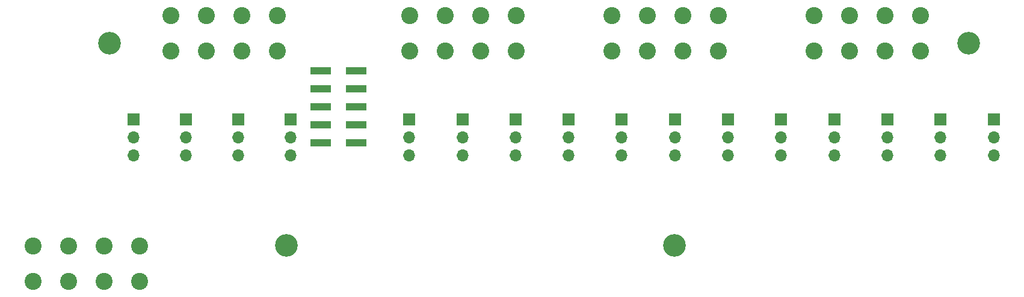
<source format=gbr>
%TF.GenerationSoftware,KiCad,Pcbnew,8.99.0-3338-g9b4c1024c9*%
%TF.CreationDate,2024-12-09T11:14:18+02:00*%
%TF.ProjectId,control_unit_v2_upper,636f6e74-726f-46c5-9f75-6e69745f7632,rev?*%
%TF.SameCoordinates,Original*%
%TF.FileFunction,Soldermask,Bot*%
%TF.FilePolarity,Negative*%
%FSLAX46Y46*%
G04 Gerber Fmt 4.6, Leading zero omitted, Abs format (unit mm)*
G04 Created by KiCad (PCBNEW 8.99.0-3338-g9b4c1024c9) date 2024-12-09 11:14:18*
%MOMM*%
%LPD*%
G01*
G04 APERTURE LIST*
%ADD10C,3.200000*%
%ADD11R,1.700000X1.700000*%
%ADD12O,1.700000X1.700000*%
%ADD13C,2.400000*%
%ADD14R,3.000000X1.000000*%
G04 APERTURE END LIST*
D10*
%TO.C,H2*%
X99875000Y-97050000D03*
%TD*%
D11*
%TO.C,J11*%
X117168333Y-79295000D03*
D12*
X117168333Y-81835000D03*
X117168333Y-84375000D03*
%TD*%
D11*
%TO.C,J19*%
X176986515Y-79295000D03*
D12*
X176986515Y-81835000D03*
X176986515Y-84375000D03*
%TD*%
D11*
%TO.C,J15*%
X147077424Y-79295000D03*
D12*
X147077424Y-81835000D03*
X147077424Y-84375000D03*
%TD*%
D11*
%TO.C,J10*%
X100460000Y-79295000D03*
D12*
X100460000Y-81835000D03*
X100460000Y-84375000D03*
%TD*%
D11*
%TO.C,J13*%
X132122878Y-79295000D03*
D12*
X132122878Y-81835000D03*
X132122878Y-84375000D03*
%TD*%
D11*
%TO.C,J12*%
X124645606Y-79295000D03*
D12*
X124645606Y-81835000D03*
X124645606Y-84375000D03*
%TD*%
D13*
%TO.C,J3*%
X83610000Y-64620000D03*
X83610000Y-69620000D03*
X88610000Y-64620000D03*
X88610000Y-69620000D03*
X93610000Y-64620000D03*
X93610000Y-69620000D03*
X98610000Y-64620000D03*
X98610000Y-69620000D03*
%TD*%
D11*
%TO.C,J17*%
X162031969Y-79295000D03*
D12*
X162031969Y-81835000D03*
X162031969Y-84375000D03*
%TD*%
D10*
%TO.C,H4*%
X195875000Y-68500000D03*
%TD*%
D11*
%TO.C,J9*%
X93101667Y-79295000D03*
D12*
X93101667Y-81835000D03*
X93101667Y-84375000D03*
%TD*%
D11*
%TO.C,J8*%
X85743333Y-79295000D03*
D12*
X85743333Y-81835000D03*
X85743333Y-84375000D03*
%TD*%
D13*
%TO.C,J2*%
X64210000Y-97120000D03*
X64210000Y-102120000D03*
X69210000Y-97120000D03*
X69210000Y-102120000D03*
X74210000Y-97120000D03*
X74210000Y-102120000D03*
X79210000Y-97120000D03*
X79210000Y-102120000D03*
%TD*%
%TO.C,J5*%
X145660000Y-64620000D03*
X145660000Y-69620000D03*
X150660000Y-64620000D03*
X150660000Y-69620000D03*
X155660000Y-64620000D03*
X155660000Y-69620000D03*
X160660000Y-64620000D03*
X160660000Y-69620000D03*
%TD*%
D11*
%TO.C,J18*%
X169509242Y-79295000D03*
D12*
X169509242Y-81835000D03*
X169509242Y-84375000D03*
%TD*%
D11*
%TO.C,J21*%
X191941060Y-79295000D03*
D12*
X191941060Y-81835000D03*
X191941060Y-84375000D03*
%TD*%
D11*
%TO.C,J14*%
X139600151Y-79295000D03*
D12*
X139600151Y-81835000D03*
X139600151Y-84375000D03*
%TD*%
D11*
%TO.C,J20*%
X184463788Y-79295000D03*
D12*
X184463788Y-81835000D03*
X184463788Y-84375000D03*
%TD*%
D10*
%TO.C,H1*%
X154500000Y-97050000D03*
%TD*%
D11*
%TO.C,J16*%
X154554697Y-79295000D03*
D12*
X154554697Y-81835000D03*
X154554697Y-84375000D03*
%TD*%
D10*
%TO.C,H3*%
X75000000Y-68500000D03*
%TD*%
D13*
%TO.C,J4*%
X117210000Y-64570000D03*
X117210000Y-69570000D03*
X122210000Y-64570000D03*
X122210000Y-69570000D03*
X127210000Y-64570000D03*
X127210000Y-69570000D03*
X132210000Y-64570000D03*
X132210000Y-69570000D03*
%TD*%
D11*
%TO.C,J22*%
X199418333Y-79295000D03*
D12*
X199418333Y-81835000D03*
X199418333Y-84375000D03*
%TD*%
D13*
%TO.C,J6*%
X174110000Y-64620000D03*
X174110000Y-69620000D03*
X179110000Y-64620000D03*
X179110000Y-69620000D03*
X184110000Y-64620000D03*
X184110000Y-69620000D03*
X189110000Y-64620000D03*
X189110000Y-69620000D03*
%TD*%
D14*
%TO.C,J1*%
X104690000Y-72400000D03*
X109730000Y-72400000D03*
X104690000Y-74940000D03*
X109730000Y-74940000D03*
X104690000Y-77480000D03*
X109730000Y-77480000D03*
X104690000Y-80020000D03*
X109730000Y-80020000D03*
X104690000Y-82560000D03*
X109730000Y-82560000D03*
%TD*%
D11*
%TO.C,J7*%
X78385000Y-79295000D03*
D12*
X78385000Y-81835000D03*
X78385000Y-84375000D03*
%TD*%
M02*

</source>
